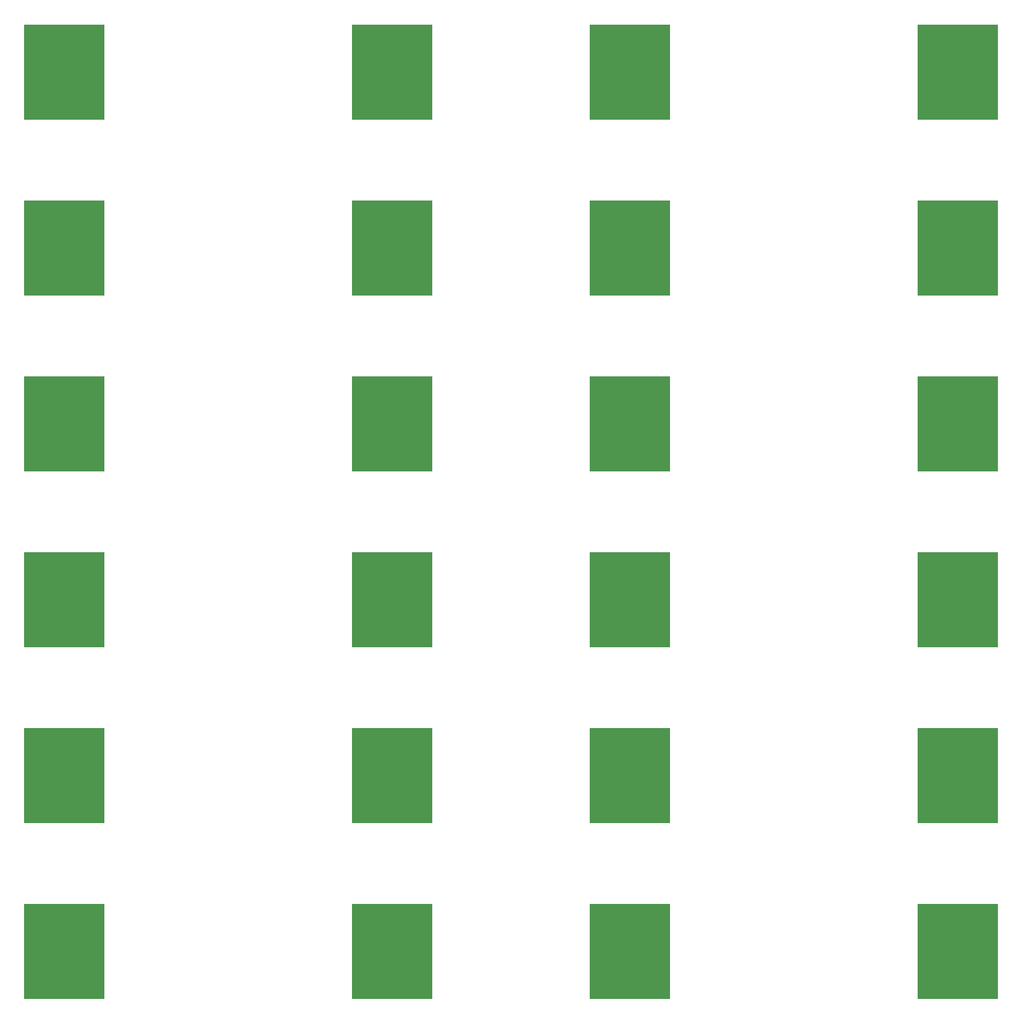
<source format=gbp>
G04 #@! TF.GenerationSoftware,KiCad,Pcbnew,(6.0.8-1)-1*
G04 #@! TF.CreationDate,2023-03-04T15:57:30-08:00*
G04 #@! TF.ProjectId,URBAN_CELL_BOARD,55524241-4e5f-4434-954c-4c5f424f4152,rev?*
G04 #@! TF.SameCoordinates,Original*
G04 #@! TF.FileFunction,Paste,Bot*
G04 #@! TF.FilePolarity,Positive*
%FSLAX46Y46*%
G04 Gerber Fmt 4.6, Leading zero omitted, Abs format (unit mm)*
G04 Created by KiCad (PCBNEW (6.0.8-1)-1) date 2023-03-04 15:57:30*
%MOMM*%
%LPD*%
G01*
G04 APERTURE LIST*
%ADD10R,11.000000X13.000000*%
G04 APERTURE END LIST*
D10*
X148629000Y-119750000D03*
X103689000Y-119750000D03*
X226129000Y-119750000D03*
X181189000Y-119750000D03*
X148629000Y-143884000D03*
X103689000Y-143884000D03*
X226129000Y-168018000D03*
X181189000Y-168018000D03*
X148629000Y-192153000D03*
X103689000Y-192153000D03*
X226129000Y-192153000D03*
X181189000Y-192153000D03*
X148629000Y-168018000D03*
X103689000Y-168018000D03*
X226129000Y-216287000D03*
X181189000Y-216287000D03*
X148629000Y-240421000D03*
X103689000Y-240421000D03*
X226129000Y-240421000D03*
X181189000Y-240421000D03*
X148629000Y-216287000D03*
X103689000Y-216287000D03*
X226129000Y-143884000D03*
X181189000Y-143884000D03*
M02*

</source>
